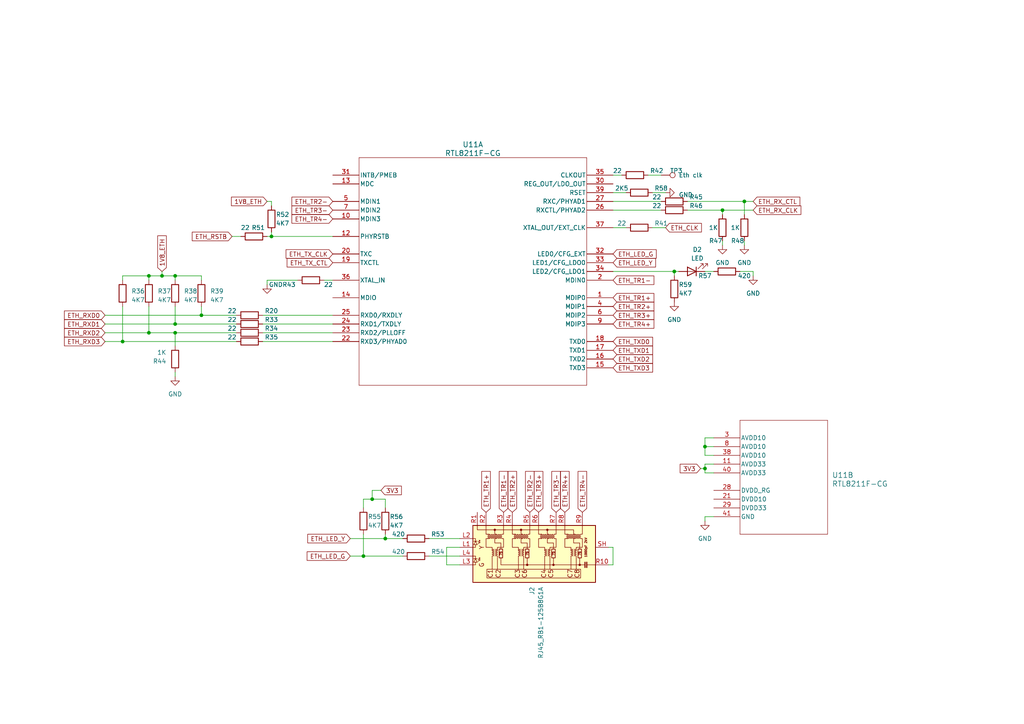
<source format=kicad_sch>
(kicad_sch (version 20230121) (generator eeschema)
  (paper "A4")
  (lib_symbols
    (symbol "Connector:RJ45_RB1-125B8G1A" (pin_names hide)
      (property "Reference" "J" (at -7.62 20.32 0))
      (property "Value" "RJ45_RB1-125B8G1A" (at 15.24 20.32 0))
      (symbol "RJ45_RB1-125B8G1A_0_0"
        (polyline (pts (xy -0.508 -11.938) (xy -2.54 -11.938)))
        (polyline (pts (xy 0 -10.922) (xy -3.81 -10.922)))
        (polyline (pts (xy 0 -9.398) (xy -3.81 -9.398)))
        (polyline (pts (xy 0 -3.302) (xy -3.81 -3.302)))
        (polyline (pts (xy 0 -1.778) (xy -3.81 -1.778)))
        (polyline (pts (xy 0 4.318) (xy -3.81 4.318)))
        (polyline (pts (xy 0 5.842) (xy -3.81 5.842)))
        (polyline (pts (xy 0 11.938) (xy -3.81 11.938)))
        (polyline (pts (xy 0 13.462) (xy -3.81 13.462)))
        (polyline (pts (xy 6.35 5.08) (xy 7.62 5.08)))
        (polyline (pts (xy 7.62 -2.54) (xy 6.35 -2.54)))
        (polyline (pts (xy 7.62 12.7) (xy 6.35 12.7)))
        (polyline (pts (xy 2.032 -11.938) (xy 3.81 -11.938) (xy 3.81 -10.16) (xy 5.08 -10.16)))
        (polyline (pts (xy 2.032 -4.318) (xy 3.81 -4.318) (xy 3.81 -2.54) (xy 5.08 -2.54)))
        (polyline (pts (xy 2.032 3.302) (xy 3.81 3.302) (xy 3.81 5.08) (xy 5.08 5.08)))
        (polyline (pts (xy 2.032 10.922) (xy 3.81 10.922) (xy 3.81 12.7) (xy 5.08 12.7)))
        (text "1000pF 2kV" (at 2.54 -13.716 0) (effects (font (size 0.635 0.635))))
        (text "75" (at 0.762 -11.938 0) (effects (font (size 0.635 0.635))))
        (text "75" (at 0.762 -4.318 0) (effects (font (size 0.635 0.635))))
        (text "75" (at 0.762 3.302 0) (effects (font (size 0.635 0.635))))
        (text "75" (at 0.762 10.922 0) (effects (font (size 0.635 0.635))))
        (text "C1" (at -5.08 13.97 0) (effects (font (size 1.27 1.27))))
        (text "C2" (at -5.08 11.684 0) (effects (font (size 1.27 1.27))))
        (text "C3" (at -5.08 6.096 0) (effects (font (size 1.27 1.27))))
        (text "C4" (at -5.08 -1.524 0) (effects (font (size 1.27 1.27))))
        (text "C5" (at -5.08 -3.556 0) (effects (font (size 1.27 1.27))))
        (text "C6" (at -5.08 4.064 0) (effects (font (size 1.27 1.27))))
        (text "C7" (at -5.08 -9.144 0) (effects (font (size 1.27 1.27))))
        (text "C8" (at -5.08 -11.176 0) (effects (font (size 1.27 1.27))))
        (text "G" (at -2.54 16.51 0) (effects (font (size 1.27 1.27))))
        (text "Y" (at 2.54 16.51 0) (effects (font (size 1.27 1.27))))
      )
      (symbol "RJ45_RB1-125B8G1A_0_1"
        (rectangle (start -3.81 -12.192) (end -6.35 14.986))
        (circle (center -2.54 -11.938) (radius 0.254) (fill (type outline)))
        (circle (center -2.54 -4.318) (radius 0.254) (fill (type outline)))
        (circle (center -2.54 3.302) (radius 0.254) (fill (type outline)))
        (rectangle (start -0.508 -12.446) (end 2.032 -11.43) (stroke (width 0.2032)))
        (rectangle (start -0.508 -4.826) (end 2.032 -3.81) (stroke (width 0.2032)))
        (rectangle (start -0.508 2.794) (end 2.032 3.81) (stroke (width 0.2032)))
        (rectangle (start -0.508 10.414) (end 2.032 11.43) (stroke (width 0.2032)))
        (arc (start 0 -9.398) (mid 0.254 -9.6509) (end 0.508 -9.398))
        (arc (start 0 -1.778) (mid 0.254 -2.0309) (end 0.508 -1.778))
        (polyline (pts (xy -3.302 -13.97) (xy -1.778 -13.97)) (stroke (width 0.3302)))
        (polyline (pts (xy -3.302 -13.462) (xy -1.778 -13.462)) (stroke (width 0.3048)))
        (polyline (pts (xy -2.54 -16.51) (xy -2.54 -13.97)))
        (polyline (pts (xy -2.54 3.302) (xy -0.508 3.302)))
        (polyline (pts (xy -1.016 17.018) (xy -1.524 17.526)))
        (polyline (pts (xy -0.762 18.796) (xy -0.762 17.78)))
        (polyline (pts (xy -0.508 -4.318) (xy -2.54 -4.318)))
        (polyline (pts (xy -0.508 17.018) (xy -1.016 17.526)))
        (polyline (pts (xy 0 -10.414) (xy 2.032 -10.414)))
        (polyline (pts (xy 0 -2.794) (xy 2.032 -2.794)))
        (polyline (pts (xy 0 4.826) (xy 2.032 4.826)))
        (polyline (pts (xy 0 12.446) (xy 2.032 12.446)))
        (polyline (pts (xy 2.032 -9.906) (xy 0 -9.906)))
        (polyline (pts (xy 2.032 -2.286) (xy 0 -2.286)))
        (polyline (pts (xy 2.032 5.334) (xy 0 5.334)))
        (polyline (pts (xy 2.032 12.954) (xy 0 12.954)))
        (polyline (pts (xy 4.064 17.018) (xy 3.556 17.526)))
        (polyline (pts (xy 4.318 18.796) (xy 4.318 17.78)))
        (polyline (pts (xy 4.572 17.018) (xy 4.064 17.526)))
        (polyline (pts (xy 5.588 -8.128) (xy 5.588 -12.192)))
        (polyline (pts (xy 5.588 -0.508) (xy 5.588 -4.572)))
        (polyline (pts (xy 5.588 7.112) (xy 5.588 3.048)))
        (polyline (pts (xy 5.588 14.732) (xy 5.588 10.668)))
        (polyline (pts (xy 5.842 -12.192) (xy 5.842 -8.128)))
        (polyline (pts (xy 5.842 -4.572) (xy 5.842 -0.508)))
        (polyline (pts (xy 5.842 3.048) (xy 5.842 7.112)))
        (polyline (pts (xy 5.842 10.668) (xy 5.842 14.732)))
        (polyline (pts (xy -2.54 -13.462) (xy -2.54 10.922) (xy -0.508 10.922)))
        (polyline (pts (xy -2.54 19.05) (xy -2.54 18.288) (xy -1.778 18.288)))
        (polyline (pts (xy -1.016 17.272) (xy -1.016 17.018) (xy -1.27 17.018)))
        (polyline (pts (xy -0.508 17.272) (xy -0.508 17.018) (xy -0.762 17.018)))
        (polyline (pts (xy 0 19.05) (xy 0 18.288) (xy -0.762 18.288)))
        (polyline (pts (xy 2.54 19.05) (xy 2.54 18.288) (xy 3.302 18.288)))
        (polyline (pts (xy 4.064 17.272) (xy 4.064 17.018) (xy 3.81 17.018)))
        (polyline (pts (xy 4.572 17.272) (xy 4.572 17.018) (xy 4.318 17.018)))
        (polyline (pts (xy 5.08 19.05) (xy 5.08 18.288) (xy 4.318 18.288)))
        (polyline (pts (xy 6.35 -12.192) (xy 6.35 -12.7) (xy 8.89 -12.7)))
        (polyline (pts (xy 6.35 -8.128) (xy 6.35 -7.62) (xy 8.89 -7.62)))
        (polyline (pts (xy 6.35 -4.572) (xy 6.35 -5.08) (xy 8.89 -5.08)))
        (polyline (pts (xy 6.35 -0.508) (xy 6.35 0) (xy 8.89 0)))
        (polyline (pts (xy 6.35 3.048) (xy 6.35 2.54) (xy 8.89 2.54)))
        (polyline (pts (xy 6.35 7.112) (xy 6.35 7.62) (xy 8.89 7.62)))
        (polyline (pts (xy 6.35 10.668) (xy 6.35 10.16) (xy 8.89 10.16)))
        (polyline (pts (xy 6.35 14.732) (xy 6.35 15.24) (xy 8.89 15.24)))
        (polyline (pts (xy -0.762 18.288) (xy -1.778 18.796) (xy -1.778 17.78) (xy -0.762 18.288)))
        (polyline (pts (xy 4.318 18.288) (xy 3.302 18.796) (xy 3.302 17.78) (xy 4.318 18.288)))
        (polyline (pts (xy 8.89 17.78) (xy 7.62 17.78) (xy 7.62 -10.16) (xy 6.35 -10.16)))
        (polyline (pts (xy 2.032 -9.398) (xy 2.54 -9.398) (xy 2.54 -7.62) (xy 5.08 -7.62) (xy 5.08 -8.128)))
        (polyline (pts (xy 2.032 -1.778) (xy 2.54 -1.778) (xy 2.54 0) (xy 5.08 0) (xy 5.08 -0.508)))
        (polyline (pts (xy 2.032 5.842) (xy 2.54 5.842) (xy 2.54 7.62) (xy 5.08 7.62) (xy 5.08 7.112)))
        (polyline (pts (xy 2.032 13.462) (xy 2.54 13.462) (xy 2.54 15.24) (xy 5.08 15.24) (xy 5.08 14.732)))
        (polyline (pts (xy 5.08 -12.192) (xy 5.08 -12.7) (xy 2.54 -12.7) (xy 2.54 -10.922) (xy 2.032 -10.922)))
        (polyline (pts (xy 5.08 -4.572) (xy 5.08 -5.08) (xy 2.54 -5.08) (xy 2.54 -3.302) (xy 2.032 -3.302)))
        (polyline (pts (xy 5.08 3.048) (xy 5.08 2.54) (xy 2.54 2.54) (xy 2.54 4.318) (xy 2.032 4.318)))
        (polyline (pts (xy 5.08 10.668) (xy 5.08 10.16) (xy 2.54 10.16) (xy 2.54 11.938) (xy 2.032 11.938)))
        (arc (start 0 5.842) (mid 0.254 5.5891) (end 0.508 5.842))
        (arc (start 0 13.462) (mid 0.254 13.2091) (end 0.508 13.462))
        (arc (start 0.508 -10.922) (mid 0.254 -10.6691) (end 0 -10.922))
        (arc (start 0.508 -9.398) (mid 0.762 -9.6509) (end 1.016 -9.398))
        (arc (start 0.508 -3.302) (mid 0.254 -3.0491) (end 0 -3.302))
        (arc (start 0.508 -1.778) (mid 0.762 -2.0309) (end 1.016 -1.778))
        (arc (start 0.508 4.318) (mid 0.254 4.5709) (end 0 4.318))
        (arc (start 0.508 5.842) (mid 0.762 5.5891) (end 1.016 5.842))
        (arc (start 0.508 11.938) (mid 0.254 12.1909) (end 0 11.938))
        (arc (start 0.508 13.462) (mid 0.762 13.2091) (end 1.016 13.462))
        (arc (start 1.016 -10.922) (mid 0.762 -10.6691) (end 0.508 -10.922))
        (arc (start 1.016 -9.398) (mid 1.27 -9.6509) (end 1.524 -9.398))
        (arc (start 1.016 -3.302) (mid 0.762 -3.0491) (end 0.508 -3.302))
        (arc (start 1.016 -1.778) (mid 1.27 -2.0309) (end 1.524 -1.778))
        (arc (start 1.016 4.318) (mid 0.762 4.5709) (end 0.508 4.318))
        (arc (start 1.016 5.842) (mid 1.27 5.5891) (end 1.524 5.842))
        (arc (start 1.016 11.938) (mid 0.762 12.1909) (end 0.508 11.938))
        (arc (start 1.016 13.462) (mid 1.27 13.2091) (end 1.524 13.462))
        (arc (start 1.524 -10.922) (mid 1.27 -10.6691) (end 1.016 -10.922))
        (arc (start 1.524 -9.398) (mid 1.778 -9.6509) (end 2.032 -9.398))
        (arc (start 1.524 -3.302) (mid 1.27 -3.0491) (end 1.016 -3.302))
        (arc (start 1.524 -1.778) (mid 1.778 -2.0309) (end 2.032 -1.778))
        (arc (start 1.524 4.318) (mid 1.27 4.5709) (end 1.016 4.318))
        (arc (start 1.524 5.842) (mid 1.778 5.5891) (end 2.032 5.842))
        (arc (start 1.524 11.938) (mid 1.27 12.1909) (end 1.016 11.938))
        (arc (start 1.524 13.462) (mid 1.778 13.2091) (end 2.032 13.462))
        (circle (center 1.778 -10.9474) (radius 0.0762) (stroke (width 0.0254)) (fill (type outline)))
        (circle (center 1.778 -9.3726) (radius 0.0762) (stroke (width 0.0254)) (fill (type outline)))
        (circle (center 1.778 -3.3274) (radius 0.0762) (stroke (width 0.0254)) (fill (type outline)))
        (circle (center 1.778 -1.7526) (radius 0.0762) (stroke (width 0.0254)) (fill (type outline)))
        (circle (center 1.778 4.2926) (radius 0.0762) (stroke (width 0.0254)) (fill (type outline)))
        (circle (center 1.778 5.8674) (radius 0.0762) (stroke (width 0.0254)) (fill (type outline)))
        (circle (center 1.778 11.9126) (radius 0.0762) (stroke (width 0.0254)) (fill (type outline)))
        (circle (center 1.778 13.4874) (radius 0.0762) (stroke (width 0.0254)) (fill (type outline)))
        (arc (start 2.032 -10.922) (mid 1.778 -10.6691) (end 1.524 -10.922))
        (arc (start 2.032 -3.302) (mid 1.778 -3.0491) (end 1.524 -3.302))
        (arc (start 2.032 4.318) (mid 1.778 4.5709) (end 1.524 4.318))
        (arc (start 2.032 11.938) (mid 1.778 12.1909) (end 1.524 11.938))
        (circle (center 5.0546 -10.414) (radius 0.0762) (stroke (width 0.0254)) (fill (type outline)))
        (circle (center 5.0546 -8.382) (radius 0.0762) (stroke (width 0.0254)) (fill (type outline)))
        (circle (center 5.0546 -2.794) (radius 0.0762) (stroke (width 0.0254)) (fill (type outline)))
        (circle (center 5.0546 -0.762) (radius 0.0762) (stroke (width 0.0254)) (fill (type outline)))
        (circle (center 5.0546 4.826) (radius 0.0762) (stroke (width 0.0254)) (fill (type outline)))
        (circle (center 5.0546 6.858) (radius 0.0762) (stroke (width 0.0254)) (fill (type outline)))
        (circle (center 5.0546 12.446) (radius 0.0762) (stroke (width 0.0254)) (fill (type outline)))
        (circle (center 5.0546 14.478) (radius 0.0762) (stroke (width 0.0254)) (fill (type outline)))
        (arc (start 5.08 -12.192) (mid 5.3329 -11.938) (end 5.08 -11.684))
        (arc (start 5.08 -11.684) (mid 5.3329 -11.43) (end 5.08 -11.176))
        (arc (start 5.08 -11.176) (mid 5.3329 -10.922) (end 5.08 -10.668))
        (arc (start 5.08 -10.668) (mid 5.3329 -10.414) (end 5.08 -10.16))
        (arc (start 5.08 -10.16) (mid 5.3329 -9.906) (end 5.08 -9.652))
        (arc (start 5.08 -9.652) (mid 5.3329 -9.398) (end 5.08 -9.144))
        (arc (start 5.08 -9.144) (mid 5.3329 -8.89) (end 5.08 -8.636))
        (arc (start 5.08 -8.636) (mid 5.3329 -8.382) (end 5.08 -8.128))
        (arc (start 5.08 -4.572) (mid 5.3329 -4.318) (end 5.08 -4.064))
        (arc (start 5.08 -4.064) (mid 5.3329 -3.81) (end 5.08 -3.556))
        (arc (start 5.08 -3.556) (mid 5.3329 -3.302) (end 5.08 -3.048))
        (arc (start 5.08 -3.048) (mid 5.3329 -2.794) (end 5.08 -2.54))
        (arc (start 5.08 -2.54) (mid 5.3329 -2.286) (end 5.08 -2.032))
        (arc (start 5.08 -2.032) (mid 5.3329 -1.778) (end 5.08 -1.524))
        (arc (start 5.08 -1.524) (mid 5.3329 -1.27) (end 5.08 -1.016))
        (arc (start 5.08 -1.016) (mid 5.3329 -0.762) (end 5.08 -0.508))
        (arc (start 5.08 3.048) (mid 5.3329 3.302) (end 5.08 3.556))
        (arc (start 5.08 3.556) (mid 5.3329 3.81) (end 5.08 4.064))
        (arc (start 5.08 4.064) (mid 5.3329 4.318) (end 5.08 4.572))
        (arc (start 5.08 4.572) (mid 5.3329 4.826) (end 5.08 5.08))
        (arc (start 5.08 5.08) (mid 5.3329 5.334) (end 5.08 5.588))
        (arc (start 5.08 5.588) (mid 5.3329 5.842) (end 5.08 6.096))
        (arc (start 5.08 6.096) (mid 5.3329 6.35) (end 5.08 6.604))
        (arc (start 5.08 6.604) (mid 5.3329 6.858) (end 5.08 7.112))
        (arc (start 5.08 10.668) (mid 5.3329 10.922) (end 5.08 11.176))
        (arc (start 5.08 11.176) (mid 5.3329 11.43) (end 5.08 11.684))
        (arc (start 5.08 11.684) (mid 5.3329 11.938) (end 5.08 12.192))
        (arc (start 5.08 12.192) (mid 5.3329 12.446) (end 5.08 12.7))
        (arc (start 5.08 12.7) (mid 5.3329 12.954) (end 5.08 13.208))
        (arc (start 5.08 13.208) (mid 5.3329 13.462) (end 5.08 13.716))
        (arc (start 5.08 13.716) (mid 5.3329 13.97) (end 5.08 14.224))
        (arc (start 5.08 14.224) (mid 5.3329 14.478) (end 5.08 14.732))
        (arc (start 6.35 -11.684) (mid 6.0971 -11.938) (end 6.35 -12.192))
        (arc (start 6.35 -11.176) (mid 6.0971 -11.43) (end 6.35 -11.684))
        (arc (start 6.35 -10.668) (mid 6.0971 -10.922) (end 6.35 -11.176))
        (arc (start 6.35 -10.16) (mid 6.0971 -10.414) (end 6.35 -10.668))
        (arc (start 6.35 -9.652) (mid 6.0971 -9.906) (end 6.35 -10.16))
        (arc (start 6.35 -9.144) (mid 6.0971 -9.398) (end 6.35 -9.652))
        (arc (start 6.35 -8.636) (mid 6.0971 -8.89) (end 6.35 -9.144))
        (arc (start 6.35 -8.128) (mid 6.0971 -8.382) (end 6.35 -8.636))
        (arc (start 6.35 -4.064) (mid 6.0971 -4.318) (end 6.35 -4.572))
        (arc (start 6.35 -3.556) (mid 6.0971 -3.81) (end 6.35 -4.064))
        (arc (start 6.35 -3.048) (mid 6.0971 -3.302) (end 6.35 -3.556))
        (arc (start 6.35 -2.54) (mid 6.0971 -2.794) (end 6.35 -3.048))
        (arc (start 6.35 -2.032) (mid 6.0971 -2.286) (end 6.35 -2.54))
        (arc (start 6.35 -1.524) (mid 6.0971 -1.778) (end 6.35 -2.032))
        (arc (start 6.35 -1.016) (mid 6.0971 -1.27) (end 6.35 -1.524))
        (arc (start 6.35 -0.508) (mid 6.0971 -0.762) (end 6.35 -1.016))
        (arc (start 6.35 3.556) (mid 6.0971 3.302) (end 6.35 3.048))
        (arc (start 6.35 4.064) (mid 6.0971 3.81) (end 6.35 3.556))
        (arc (start 6.35 4.572) (mid 6.0971 4.318) (end 6.35 4.064))
        (arc (start 6.35 5.08) (mid 6.0971 4.826) (end 6.35 4.572))
        (arc (start 6.35 5.588) (mid 6.0971 5.334) (end 6.35 5.08))
        (arc (start 6.35 6.096) (mid 6.0971 5.842) (end 6.35 5.588))
        (arc (start 6.35 6.604) (mid 6.0971 6.35) (end 6.35 6.096))
        (arc (start 6.35 7.112) (mid 6.0971 6.858) (end 6.35 6.604))
        (arc (start 6.35 11.176) (mid 6.0971 10.922) (end 6.35 10.668))
        (arc (start 6.35 11.684) (mid 6.0971 11.43) (end 6.35 11.176))
        (arc (start 6.35 12.192) (mid 6.0971 11.938) (end 6.35 11.684))
        (arc (start 6.35 12.7) (mid 6.0971 12.446) (end 6.35 12.192))
        (arc (start 6.35 13.208) (mid 6.0971 12.954) (end 6.35 12.7))
        (arc (start 6.35 13.716) (mid 6.0971 13.462) (end 6.35 13.208))
        (arc (start 6.35 14.224) (mid 6.0971 13.97) (end 6.35 13.716))
        (arc (start 6.35 14.732) (mid 6.0971 14.478) (end 6.35 14.224))
        (circle (center 6.3754 -10.414) (radius 0.0762) (stroke (width 0.0254)) (fill (type outline)))
        (circle (center 6.3754 -8.382) (radius 0.0762) (stroke (width 0.0254)) (fill (type outline)))
        (circle (center 6.3754 -2.794) (radius 0.0762) (stroke (width 0.0254)) (fill (type outline)))
        (circle (center 6.3754 -0.762) (radius 0.0762) (stroke (width 0.0254)) (fill (type outline)))
        (circle (center 6.3754 4.826) (radius 0.0762) (stroke (width 0.0254)) (fill (type outline)))
        (circle (center 6.3754 6.858) (radius 0.0762) (stroke (width 0.0254)) (fill (type outline)))
        (circle (center 6.3754 12.446) (radius 0.0762) (stroke (width 0.0254)) (fill (type outline)))
        (circle (center 6.3754 14.478) (radius 0.0762) (stroke (width 0.0254)) (fill (type outline)))
        (circle (center 7.62 -2.54) (radius 0.254) (fill (type outline)))
        (circle (center 7.62 5.08) (radius 0.254) (fill (type outline)))
        (circle (center 7.62 12.7) (radius 0.254) (fill (type outline)))
        (rectangle (start 8.89 19.05) (end -7.62 -16.51) (stroke (width 0.254)) (fill (type background)))
        (pin power_in line (at -2.54 -20.32 90) (length 3.81) (name "GND") (number "R10"))
      )
      (symbol "RJ45_RB1-125B8G1A_1_1"
        (pin passive line (at 2.54 22.86 270) (length 3.81) (name "~") (number "L1"))
        (pin passive line (at 5.08 22.86 270) (length 3.81) (name "~") (number "L2"))
        (pin passive line (at -2.54 22.86 270) (length 3.81) (name "~") (number "L3"))
        (pin passive line (at 0 22.86 270) (length 3.81) (name "~") (number "L4"))
        (pin passive line (at 12.7 17.78 180) (length 3.81) (name "CT") (number "R1"))
        (pin passive line (at 12.7 15.24 180) (length 3.81) (name "TD1+") (number "R2"))
        (pin passive line (at 12.7 10.16 180) (length 3.81) (name "TD1-") (number "R3"))
        (pin passive line (at 12.7 7.62 180) (length 3.81) (name "TD2+") (number "R4"))
        (pin passive line (at 12.7 2.54 180) (length 3.81) (name "TD2-") (number "R5"))
        (pin passive line (at 12.7 0 180) (length 3.81) (name "TD3+") (number "R6"))
        (pin passive line (at 12.7 -5.08 180) (length 3.81) (name "TD3-") (number "R7"))
        (pin passive line (at 12.7 -7.62 180) (length 3.81) (name "TD4+") (number "R8"))
        (pin passive line (at 12.7 -12.7 180) (length 3.81) (name "TD4-") (number "R9"))
        (pin passive line (at 2.54 -20.32 90) (length 3.81) (name "SH") (number "SH"))
      )
    )
    (symbol "Connector:TestPoint" (pin_numbers hide) (pin_names (offset 0.762) hide)
      (property "Reference" "TP" (at 0 6.858 0))
      (property "Value" "TestPoint" (at 0 5.08 0))
      (symbol "TestPoint_0_1"
        (circle (center 0 3.302) (radius 0.762))
      )
      (symbol "TestPoint_1_1"
        (pin passive line (at 0 0 90) (length 2.54) (name "1") (number "1"))
      )
    )
    (symbol "Device:LED" (pin_numbers hide) (pin_names (offset 1.016) hide)
      (property "Reference" "D" (at 0 2.54 0))
      (property "Value" "LED" (at 0 -2.54 0))
      (symbol "LED_0_1"
        (polyline (pts (xy -1.27 -1.27) (xy -1.27 1.27)) (stroke (width 0.254)))
        (polyline (pts (xy -1.27 0) (xy 1.27 0)))
        (polyline (pts (xy 1.27 -1.27) (xy 1.27 1.27) (xy -1.27 0) (xy 1.27 -1.27)) (stroke (width 0.254)))
        (polyline (pts (xy -3.048 -0.762) (xy -4.572 -2.286) (xy -3.81 -2.286) (xy -4.572 -2.286) (xy -4.572 -1.524)))
        (polyline (pts (xy -1.778 -0.762) (xy -3.302 -2.286) (xy -2.54 -2.286) (xy -3.302 -2.286) (xy -3.302 -1.524)))
      )
      (symbol "LED_1_1"
        (pin passive line (at -3.81 0 0) (length 2.54) (name "K") (number "1"))
        (pin passive line (at 3.81 0 180) (length 2.54) (name "A") (number "2"))
      )
    )
    (symbol "Device:R" (pin_numbers hide) (pin_names (offset 0))
      (property "Reference" "R" (at 2.032 0 90))
      (property "Value" "R" (at 0 0 90))
      (symbol "R_0_1"
        (rectangle (start -1.016 -2.54) (end 1.016 2.54) (stroke (width 0.254)))
      )
      (symbol "R_1_1"
        (pin passive line (at 0 3.81 270) (length 1.27) (name "~") (number "1"))
        (pin passive line (at 0 -3.81 90) (length 1.27) (name "~") (number "2"))
      )
    )
    (symbol "RTL8211F-CG:RTL8211F-CG" (pin_names (offset 0.254))
      (property "Reference" "U" (at 40.64 10.16 0))
      (property "Value" "RTL8211F-CG" (at 40.64 7.62 0))
      (symbol "RTL8211F-CG_1_1"
        (polyline (pts (xy 7.62 -60.96) (xy 73.66 -60.96)) (stroke (width 0.127)))
        (polyline (pts (xy 7.62 5.08) (xy 7.62 -60.96)) (stroke (width 0.127)))
        (polyline (pts (xy 73.66 -60.96) (xy 73.66 5.08)) (stroke (width 0.127)))
        (polyline (pts (xy 73.66 5.08) (xy 7.62 5.08)) (stroke (width 0.127)))
        (pin bidirectional line (at 81.28 -35.56 180) (length 7.62) (name "MDIP0") (number "1"))
        (pin bidirectional line (at 0 -12.7 0) (length 7.62) (name "MDIN3") (number "10"))
        (pin input line (at 0 -17.78 0) (length 7.62) (name "PHYRSTB") (number "12"))
        (pin input line (at 0 -2.54 0) (length 7.62) (name "MDC") (number "13"))
        (pin bidirectional line (at 0 -35.56 0) (length 7.62) (name "MDIO") (number "14"))
        (pin input line (at 81.28 -55.88 180) (length 7.62) (name "TXD3") (number "15"))
        (pin input line (at 81.28 -53.34 180) (length 7.62) (name "TXD2") (number "16"))
        (pin input line (at 81.28 -50.8 180) (length 7.62) (name "TXD1") (number "17"))
        (pin input line (at 81.28 -48.26 180) (length 7.62) (name "TXD0") (number "18"))
        (pin input line (at 0 -25.4 0) (length 7.62) (name "TXCTL") (number "19"))
        (pin bidirectional line (at 81.28 -30.48 180) (length 7.62) (name "MDIN0") (number "2"))
        (pin input line (at 0 -22.86 0) (length 7.62) (name "TXC") (number "20"))
        (pin output line (at 0 -48.26 0) (length 7.62) (name "RXD3/PHYAD0") (number "22"))
        (pin output line (at 0 -45.72 0) (length 7.62) (name "RXD2/PLLOFF") (number "23"))
        (pin output line (at 0 -43.18 0) (length 7.62) (name "RXD1/TXDLY") (number "24"))
        (pin output line (at 0 -40.64 0) (length 7.62) (name "RXD0/RXDLY") (number "25"))
        (pin output line (at 81.28 -10.16 180) (length 7.62) (name "RXCTL/PHYAD2") (number "26"))
        (pin output line (at 81.28 -7.62 180) (length 7.62) (name "RXC/PHYAD1") (number "27"))
        (pin output line (at 81.28 -2.54 180) (length 7.62) (name "REG_OUT/LDO_OUT") (number "30"))
        (pin output line (at 0 0 0) (length 7.62) (name "INTB/PMEB") (number "31"))
        (pin output line (at 81.28 -22.86 180) (length 7.62) (name "LED0/CFG_EXT") (number "32"))
        (pin output line (at 81.28 -25.4 180) (length 7.62) (name "LED1/CFG_LDO0") (number "33"))
        (pin output line (at 81.28 -27.94 180) (length 7.62) (name "LED2/CFG_LDO1") (number "34"))
        (pin output line (at 81.28 0 180) (length 7.62) (name "CLKOUT") (number "35"))
        (pin input line (at 0 -30.48 0) (length 7.62) (name "XTAL_IN") (number "36"))
        (pin output line (at 81.28 -15.24 180) (length 7.62) (name "XTAL_OUT/EXT_CLK") (number "37"))
        (pin output line (at 81.28 -5.08 180) (length 7.62) (name "RSET") (number "39"))
        (pin bidirectional line (at 81.28 -38.1 180) (length 7.62) (name "MDIP1") (number "4"))
        (pin bidirectional line (at 0 -7.62 0) (length 7.62) (name "MDIN1") (number "5"))
        (pin bidirectional line (at 81.28 -40.64 180) (length 7.62) (name "MDIP2") (number "6"))
        (pin bidirectional line (at 0 -10.16 0) (length 7.62) (name "MDIN2") (number "7"))
        (pin bidirectional line (at 81.28 -43.18 180) (length 7.62) (name "MDIP3") (number "9"))
      )
      (symbol "RTL8211F-CG_2_1"
        (polyline (pts (xy 7.62 -27.94) (xy 33.02 -27.94)) (stroke (width 0.127)))
        (polyline (pts (xy 7.62 5.08) (xy 7.62 -27.94)) (stroke (width 0.127)))
        (polyline (pts (xy 33.02 -27.94) (xy 33.02 5.08)) (stroke (width 0.127)))
        (polyline (pts (xy 33.02 5.08) (xy 7.62 5.08)) (stroke (width 0.127)))
        (pin power_in line (at 0 -7.62 0) (length 7.62) (name "AVDD33") (number "11"))
        (pin power_in line (at 0 -17.78 0) (length 7.62) (name "DVDD10") (number "21"))
        (pin power_in line (at 0 -15.24 0) (length 7.62) (name "DVDD_RG") (number "28"))
        (pin power_in line (at 0 -20.32 0) (length 7.62) (name "DVDD33") (number "29"))
        (pin power_in line (at 0 0 0) (length 7.62) (name "AVDD10") (number "3"))
        (pin power_in line (at 0 -5.08 0) (length 7.62) (name "AVDD10") (number "38"))
        (pin power_in line (at 0 -10.16 0) (length 7.62) (name "AVDD33") (number "40"))
        (pin power_out line (at 0 -22.86 0) (length 7.62) (name "GND") (number "41"))
        (pin power_in line (at 0 -2.54 0) (length 7.62) (name "AVDD10") (number "8"))
      )
    )
    (symbol "power:GND" (power) (pin_names (offset 0))
      (property "Value" "GND" (at 0 -3.81 0))
      (symbol "GND_0_1"
        (polyline (pts (xy 0 0) (xy 0 -1.27) (xy 1.27 -1.27) (xy 0 -2.54) (xy -1.27 -1.27) (xy 0 -1.27)))
      )
      (symbol "GND_1_1"
        (pin power_in line (at 0 0 270) (length 0) hide (name "GND") (number "1"))
      )
    )
  )
  (junction (at 105.41 161.29))
  (junction (at 35.56 99.06))
  (junction (at 78.74 68.58))
  (junction (at 43.18 96.52))
  (junction (at 111.76 156.21))
  (junction (at 209.55 60.96))
  (junction (at 58.42 91.44))
  (junction (at 46.99 80.01))
  (junction (at 204.47 135.89))
  (junction (at 43.18 80.01))
  (junction (at 215.9 58.42))
  (junction (at 50.8 80.01))
  (junction (at 195.58 78.74))
  (junction (at 204.47 129.54))
  (junction (at 50.8 96.52))
  (junction (at 50.8 93.98))
  (junction (at 107.95 144.78))
  (wire (pts (xy 215.9 58.42) (xy 218.44 58.42)))
  (wire (pts (xy 105.41 154.94) (xy 105.41 161.29)))
  (wire (pts (xy 199.39 58.42) (xy 215.9 58.42)))
  (wire (pts (xy 204.47 129.54) (xy 207.01 129.54)))
  (wire (pts (xy 181.61 66.04) (xy 177.8 66.04)))
  (wire (pts (xy 215.9 58.42) (xy 215.9 62.23)))
  (wire (pts (xy 50.8 88.9) (xy 50.8 93.98)))
  (wire (pts (xy 177.8 55.88) (xy 181.61 55.88)))
  (wire (pts (xy 78.74 68.58) (xy 78.74 67.31)))
  (wire (pts (xy 105.41 144.78) (xy 107.95 144.78)))
  (wire (pts (xy 215.9 71.12) (xy 215.9 69.85)))
  (wire (pts (xy 35.56 81.28) (xy 35.56 80.01)))
  (wire (pts (xy 191.77 50.8) (xy 187.96 50.8)))
  (wire (pts (xy 204.47 127) (xy 204.47 129.54)))
  (wire (pts (xy 195.58 78.74) (xy 196.85 78.74)))
  (wire (pts (xy 207.01 127) (xy 204.47 127)))
  (wire (pts (xy 76.2 91.44) (xy 96.52 91.44)))
  (wire (pts (xy 30.48 91.44) (xy 58.42 91.44)))
  (wire (pts (xy 46.99 80.01) (xy 50.8 80.01)))
  (wire (pts (xy 111.76 154.94) (xy 111.76 156.21)))
  (wire (pts (xy 129.54 163.83) (xy 133.35 163.83)))
  (wire (pts (xy 50.8 96.52) (xy 50.8 100.33)))
  (wire (pts (xy 50.8 80.01) (xy 58.42 80.01)))
  (wire (pts (xy 204.47 134.62) (xy 207.01 134.62)))
  (wire (pts (xy 195.58 78.74) (xy 195.58 80.01)))
  (wire (pts (xy 35.56 80.01) (xy 43.18 80.01)))
  (wire (pts (xy 50.8 109.22) (xy 50.8 107.95)))
  (wire (pts (xy 204.47 149.86) (xy 207.01 149.86)))
  (wire (pts (xy 204.47 78.74) (xy 207.01 78.74)))
  (wire (pts (xy 111.76 156.21) (xy 116.84 156.21)))
  (wire (pts (xy 129.54 158.75) (xy 129.54 163.83)))
  (wire (pts (xy 204.47 151.13) (xy 204.47 149.86)))
  (wire (pts (xy 177.8 60.96) (xy 191.77 60.96)))
  (wire (pts (xy 176.53 163.83) (xy 177.8 163.83)))
  (wire (pts (xy 209.55 60.96) (xy 218.44 60.96)))
  (wire (pts (xy 30.48 99.06) (xy 35.56 99.06)))
  (wire (pts (xy 101.6 156.21) (xy 111.76 156.21)))
  (wire (pts (xy 124.46 161.29) (xy 133.35 161.29)))
  (wire (pts (xy 30.48 93.98) (xy 50.8 93.98)))
  (wire (pts (xy 204.47 135.89) (xy 204.47 137.16)))
  (wire (pts (xy 189.23 55.88) (xy 193.04 55.88)))
  (wire (pts (xy 177.8 158.75) (xy 176.53 158.75)))
  (wire (pts (xy 67.31 68.58) (xy 69.85 68.58)))
  (wire (pts (xy 110.49 142.24) (xy 107.95 142.24)))
  (wire (pts (xy 204.47 137.16) (xy 207.01 137.16)))
  (wire (pts (xy 77.47 68.58) (xy 78.74 68.58)))
  (wire (pts (xy 204.47 134.62) (xy 204.47 135.89)))
  (wire (pts (xy 77.47 81.28) (xy 86.36 81.28)))
  (wire (pts (xy 177.8 78.74) (xy 195.58 78.74)))
  (wire (pts (xy 124.46 156.21) (xy 133.35 156.21)))
  (wire (pts (xy 58.42 88.9) (xy 58.42 91.44)))
  (wire (pts (xy 50.8 96.52) (xy 68.58 96.52)))
  (wire (pts (xy 218.44 78.74) (xy 218.44 80.01)))
  (wire (pts (xy 77.47 58.42) (xy 78.74 58.42)))
  (wire (pts (xy 78.74 68.58) (xy 96.52 68.58)))
  (wire (pts (xy 76.2 96.52) (xy 96.52 96.52)))
  (wire (pts (xy 107.95 144.78) (xy 111.76 144.78)))
  (wire (pts (xy 76.2 93.98) (xy 96.52 93.98)))
  (wire (pts (xy 50.8 93.98) (xy 68.58 93.98)))
  (wire (pts (xy 76.2 99.06) (xy 96.52 99.06)))
  (wire (pts (xy 50.8 80.01) (xy 50.8 81.28)))
  (wire (pts (xy 199.39 60.96) (xy 209.55 60.96)))
  (wire (pts (xy 204.47 132.08) (xy 207.01 132.08)))
  (wire (pts (xy 58.42 80.01) (xy 58.42 81.28)))
  (wire (pts (xy 101.6 161.29) (xy 105.41 161.29)))
  (wire (pts (xy 203.2 135.89) (xy 204.47 135.89)))
  (wire (pts (xy 209.55 71.12) (xy 209.55 69.85)))
  (wire (pts (xy 46.99 78.74) (xy 46.99 80.01)))
  (wire (pts (xy 30.48 96.52) (xy 43.18 96.52)))
  (wire (pts (xy 111.76 144.78) (xy 111.76 147.32)))
  (wire (pts (xy 209.55 60.96) (xy 209.55 62.23)))
  (wire (pts (xy 35.56 88.9) (xy 35.56 99.06)))
  (wire (pts (xy 193.04 66.04) (xy 189.23 66.04)))
  (wire (pts (xy 43.18 96.52) (xy 50.8 96.52)))
  (wire (pts (xy 214.63 78.74) (xy 218.44 78.74)))
  (wire (pts (xy 78.74 58.42) (xy 78.74 59.69)))
  (wire (pts (xy 93.98 81.28) (xy 96.52 81.28)))
  (wire (pts (xy 177.8 163.83) (xy 177.8 158.75)))
  (wire (pts (xy 35.56 99.06) (xy 68.58 99.06)))
  (wire (pts (xy 204.47 129.54) (xy 204.47 132.08)))
  (wire (pts (xy 58.42 91.44) (xy 68.58 91.44)))
  (wire (pts (xy 43.18 88.9) (xy 43.18 96.52)))
  (wire (pts (xy 43.18 80.01) (xy 46.99 80.01)))
  (wire (pts (xy 77.47 82.55) (xy 77.47 81.28)))
  (wire (pts (xy 133.35 158.75) (xy 129.54 158.75)))
  (wire (pts (xy 177.8 58.42) (xy 191.77 58.42)))
  (wire (pts (xy 105.41 161.29) (xy 116.84 161.29)))
  (wire (pts (xy 105.41 147.32) (xy 105.41 144.78)))
  (wire (pts (xy 180.34 50.8) (xy 177.8 50.8)))
  (wire (pts (xy 43.18 80.01) (xy 43.18 81.28)))
  (wire (pts (xy 107.95 142.24) (xy 107.95 144.78)))
  (global_label "ETH_RXD3" (shape input) (at 30.48 99.06 180) (property "Intersheetrefs" "${INTERSHEET_REFS}" (effects hide)))
  (global_label "ETH_TR2+" (shape input) (at 177.8 88.9 0) (property "Intersheetrefs" "${INTERSHEET_REFS}" (effects hide)))
  (global_label "ETH_TX_CLK" (shape input) (at 96.52 73.66 180) (property "Intersheetrefs" "${INTERSHEET_REFS}" (effects hide)))
  (global_label "ETH_TR2+" (shape input) (at 148.59 148.59 90) (property "Intersheetrefs" "${INTERSHEET_REFS}" (effects hide)))
  (global_label "ETH_TR4+" (shape input) (at 163.83 148.59 90) (property "Intersheetrefs" "${INTERSHEET_REFS}" (effects hide)))
  (global_label "ETH_RSTB" (shape input) (at 67.31 68.58 180) (property "Intersheetrefs" "${INTERSHEET_REFS}" (effects hide)))
  (global_label "ETH_RXD1" (shape input) (at 30.48 93.98 180) (property "Intersheetrefs" "${INTERSHEET_REFS}" (effects hide)))
  (global_label "ETH_TR3-" (shape input) (at 161.29 148.59 90) (property "Intersheetrefs" "${INTERSHEET_REFS}" (effects hide)))
  (global_label "ETH_RXD2" (shape input) (at 30.48 96.52 180) (property "Intersheetrefs" "${INTERSHEET_REFS}" (effects hide)))
  (global_label "3V3" (shape input) (at 110.49 142.24 0) (property "Intersheetrefs" "${INTERSHEET_REFS}" (effects hide)))
  (global_label "ETH_TXD1" (shape input) (at 177.8 101.6 0) (property "Intersheetrefs" "${INTERSHEET_REFS}" (effects hide)))
  (global_label "ETH_TR2-" (shape input) (at 153.67 148.59 90) (property "Intersheetrefs" "${INTERSHEET_REFS}" (effects hide)))
  (global_label "ETH_LED_Y" (shape input) (at 177.8 76.2 0) (property "Intersheetrefs" "${INTERSHEET_REFS}" (effects hide)))
  (global_label "ETH_RX_CLK" (shape input) (at 218.44 60.96 0) (property "Intersheetrefs" "${INTERSHEET_REFS}" (effects hide)))
  (global_label "ETH_RX_CTL" (shape input) (at 218.44 58.42 0) (property "Intersheetrefs" "${INTERSHEET_REFS}" (effects hide)))
  (global_label "ETH_RXD0" (shape input) (at 30.48 91.44 180) (property "Intersheetrefs" "${INTERSHEET_REFS}" (effects hide)))
  (global_label "1V8_ETH" (shape input) (at 77.47 58.42 180) (property "Intersheetrefs" "${INTERSHEET_REFS}" (effects hide)))
  (global_label "ETH_TR4-" (shape input) (at 96.52 63.5 180) (property "Intersheetrefs" "${INTERSHEET_REFS}" (effects hide)))
  (global_label "ETH_LED_Y" (shape input) (at 101.6 156.21 180) (property "Intersheetrefs" "${INTERSHEET_REFS}" (effects hide)))
  (global_label "ETH_TR3+" (shape input) (at 177.8 91.44 0) (property "Intersheetrefs" "${INTERSHEET_REFS}" (effects hide)))
  (global_label "ETH_CLK" (shape input) (at 193.04 66.04 0) (property "Intersheetrefs" "${INTERSHEET_REFS}" (effects hide)))
  (global_label "ETH_TX_CTL" (shape input) (at 96.52 76.2 180) (property "Intersheetrefs" "${INTERSHEET_REFS}" (effects hide)))
  (global_label "ETH_TR1+" (shape input) (at 177.8 86.36 0) (property "Intersheetrefs" "${INTERSHEET_REFS}" (effects hide)))
  (global_label "ETH_TXD3" (shape input) (at 177.8 106.68 0) (property "Intersheetrefs" "${INTERSHEET_REFS}" (effects hide)))
  (global_label "ETH_TXD2" (shape input) (at 177.8 104.14 0) (property "Intersheetrefs" "${INTERSHEET_REFS}" (effects hide)))
  (global_label "ETH_TR3+" (shape input) (at 156.21 148.59 90) (property "Intersheetrefs" "${INTERSHEET_REFS}" (effects hide)))
  (global_label "3V3" (shape input) (at 203.2 135.89 180) (property "Intersheetrefs" "${INTERSHEET_REFS}" (effects hide)))
  (global_label "ETH_LED_G" (shape input) (at 101.6 161.29 180) (property "Intersheetrefs" "${INTERSHEET_REFS}" (effects hide)))
  (global_label "ETH_TR2-" (shape input) (at 96.52 58.42 180) (property "Intersheetrefs" "${INTERSHEET_REFS}" (effects hide)))
  (global_label "1V8_ETH" (shape input) (at 46.99 78.74 90) (property "Intersheetrefs" "${INTERSHEET_REFS}" (effects hide)))
  (global_label "ETH_TR4+" (shape input) (at 177.8 93.98 0) (property "Intersheetrefs" "${INTERSHEET_REFS}" (effects hide)))
  (global_label "ETH_LED_G" (shape input) (at 177.8 73.66 0) (property "Intersheetrefs" "${INTERSHEET_REFS}" (effects hide)))
  (global_label "ETH_TR1-" (shape input) (at 146.05 148.59 90) (property "Intersheetrefs" "${INTERSHEET_REFS}" (effects hide)))
  (global_label "ETH_TXD0" (shape input) (at 177.8 99.06 0) (property "Intersheetrefs" "${INTERSHEET_REFS}" (effects hide)))
  (global_label "ETH_TR4-" (shape input) (at 168.91 148.59 90) (property "Intersheetrefs" "${INTERSHEET_REFS}" (effects hide)))
  (global_label "ETH_TR1-" (shape input) (at 177.8 81.28 0) (property "Intersheetrefs" "${INTERSHEET_REFS}" (effects hide)))
  (global_label "ETH_TR3-" (shape input) (at 96.52 60.96 180) (property "Intersheetrefs" "${INTERSHEET_REFS}" (effects hide)))
  (global_label "ETH_TR1+" (shape input) (at 140.97 148.59 90) (property "Intersheetrefs" "${INTERSHEET_REFS}" (effects hide)))
  (symbol (lib_id "Device:R") (at 43.18 85.09 0) (unit 1)
    (property "Reference" "R37" (at 45.72 84.455 0) (effects (justify left)))
    (property "Value" "4K7" (at 45.72 86.995 0) (effects (justify left)))
    (property "Footprint" "Resistor_SMD:R_0402_1005Metric_Pad0.72x0.64mm_HandSolder" (effects hide))
  )
  (symbol (lib_id "Device:R") (at 58.42 85.09 0) (unit 1)
    (property "Reference" "R39" (at 60.96 84.455 0) (effects (justify left)))
    (property "Value" "4K7" (at 60.96 86.995 0) (effects (justify left)))
    (property "Footprint" "Resistor_SMD:R_0402_1005Metric_Pad0.72x0.64mm_HandSolder" (effects hide))
  )
  (symbol (lib_id "Device:R") (at 90.17 81.28 270) (unit 1)
    (property "Reference" "R43" (at 83.82 82.55 90))
    (property "Value" "22" (at 95.25 82.55 90))
    (property "Footprint" "Resistor_SMD:R_0402_1005Metric_Pad0.72x0.64mm_HandSolder" (effects hide))
  )
  (symbol (lib_id "power:GND") (at 195.58 87.63 0) (unit 1)
    (property "Reference" "#PWR065" (effects hide))
    (property "Value" "GND" (at 195.58 92.71 0))
  )
  (symbol (lib_id "Device:R") (at 215.9 66.04 180) (unit 1)
    (property "Reference" "R48" (at 215.9 69.85 0) (effects (justify left)))
    (property "Value" "1K" (at 214.63 66.04 0) (effects (justify left)))
    (property "Footprint" "Resistor_SMD:R_0402_1005Metric_Pad0.72x0.64mm_HandSolder" (effects hide))
  )
  (symbol (lib_id "power:GND") (at 50.8 109.22 0) (unit 1)
    (property "Reference" "#PWR060" (effects hide))
    (property "Value" "GND" (at 50.8 114.3 0))
  )
  (symbol (lib_id "Device:R") (at 72.39 99.06 90) (unit 1)
    (property "Reference" "R35" (at 78.74 97.79 90))
    (property "Value" "22" (at 67.31 97.79 90))
    (property "Footprint" "Resistor_SMD:R_0402_1005Metric_Pad0.72x0.64mm_HandSolder" (effects hide))
  )
  (symbol (lib_id "Device:R") (at 195.58 60.96 90) (unit 1)
    (property "Reference" "R46" (at 201.93 59.69 90))
    (property "Value" "22" (at 190.5 59.69 90))
    (property "Footprint" "Resistor_SMD:R_0402_1005Metric_Pad0.72x0.64mm_HandSolder" (effects hide))
  )
  (symbol (lib_id "Device:R") (at 50.8 85.09 0) (unit 1)
    (property "Reference" "R38" (at 53.34 84.455 0) (effects (justify left)))
    (property "Value" "4K7" (at 53.34 86.995 0) (effects (justify left)))
    (property "Footprint" "Resistor_SMD:R_0402_1005Metric_Pad0.72x0.64mm_HandSolder" (effects hide))
  )
  (symbol (lib_id "RTL8211F-CG:RTL8211F-CG") (at 96.52 50.8 0) (unit 1)
    (property "Reference" "U11" (at 137.16 41.91 0) (effects (font (size 1.524 1.524))))
    (property "Value" "RTL8211F-CG" (at 137.16 44.45 0) (effects (font (size 1.524 1.524))))
    (property "Footprint" "lib:RTL8211F-CG_RTK" (effects hide))
    (property "Datasheet" "RTL8211F-CG" (effects hide))
  )
  (symbol (lib_id "Device:LED") (at 200.66 78.74 180) (unit 1)
    (property "Reference" "D2" (at 202.2475 72.39 0))
    (property "Value" "LED" (at 202.2475 74.93 0))
  )
  (symbol (lib_id "power:GND") (at 215.9 71.12 0) (unit 1)
    (property "Reference" "#PWR062" (effects hide))
    (property "Value" "GND" (at 215.9 76.2 0))
  )
  (symbol (lib_id "Device:R") (at 105.41 151.13 0) (unit 1)
    (property "Reference" "R55" (at 106.68 149.86 0) (effects (justify left)))
    (property "Value" "4K7" (at 106.68 152.4 0) (effects (justify left)))
    (property "Footprint" "Resistor_SMD:R_0402_1005Metric_Pad0.72x0.64mm_HandSolder" (effects hide))
  )
  (symbol (lib_id "Device:R") (at 73.66 68.58 90) (unit 1)
    (property "Reference" "R51" (at 74.93 66.04 90))
    (property "Value" "22" (at 71.12 66.04 90))
    (property "Footprint" "Resistor_SMD:R_0402_1005Metric_Pad0.72x0.64mm_HandSolder" (effects hide))
  )
  (symbol (lib_id "Device:R") (at 195.58 58.42 90) (unit 1)
    (property "Reference" "R45" (at 201.93 57.15 90))
    (property "Value" "22" (at 190.5 57.15 90))
    (property "Footprint" "Resistor_SMD:R_0402_1005Metric_Pad0.72x0.64mm_HandSolder" (effects hide))
  )
  (symbol (lib_id "Connector:TestPoint") (at 191.77 50.8 270) (unit 1)
    (property "Reference" "TP3" (at 194.31 49.53 90) (effects (justify left)))
    (property "Value" "Eth clk" (at 196.85 50.8 90) (effects (justify left)))
    (property "Footprint" "TestPoint:TestPoint_Pad_D1.0mm" (effects hide))
    (instances (project "space-berry" (path "" (reference "TP3") (unit 1)) (path "" (reference "TP4") (unit 1)) (path "" (reference "TP10") (unit 1)) (path "" (reference "TP13") (unit 1)) (path "" (reference "TP16") (unit 1)) (path "" (reference "TP7") (unit 1)) (path "" (reference "TP19") (unit 1))))
  )
  (symbol (lib_id "Device:R") (at 72.39 91.44 90) (unit 1)
    (property "Reference" "R20" (at 78.74 90.17 90))
    (property "Value" "22" (at 67.31 90.17 90))
    (property "Footprint" "Resistor_SMD:R_0402_1005Metric_Pad0.72x0.64mm_HandSolder" (effects hide))
  )
  (symbol (lib_id "Device:R") (at 35.56 85.09 0) (unit 1)
    (property "Reference" "R36" (at 38.1 84.455 0) (effects (justify left)))
    (property "Value" "4K7" (at 38.1 86.995 0) (effects (justify left)))
    (property "Footprint" "Resistor_SMD:R_0402_1005Metric_Pad0.72x0.64mm_HandSolder" (effects hide))
  )
  (symbol (lib_id "Device:R") (at 72.39 96.52 90) (unit 1)
    (property "Reference" "R34" (at 78.74 95.25 90))
    (property "Value" "22" (at 67.31 95.25 90))
    (property "Footprint" "Resistor_SMD:R_0402_1005Metric_Pad0.72x0.64mm_HandSolder" (effects hide))
  )
  (symbol (lib_id "power:GND") (at 209.55 71.12 0) (unit 1)
    (property "Reference" "#PWR061" (effects hide))
    (property "Value" "GND" (at 209.55 76.2 0))
  )
  (symbol (lib_id "Device:R") (at 210.82 78.74 270) (unit 1)
    (property "Reference" "R57" (at 204.47 80.01 90))
    (property "Value" "420" (at 215.9 80.01 90))
    (property "Footprint" "Resistor_SMD:R_0402_1005Metric_Pad0.72x0.64mm_HandSolder" (effects hide))
  )
  (symbol (lib_id "power:GND") (at 218.44 80.01 0) (unit 1)
    (property "Reference" "#PWR063" (effects hide))
    (property "Value" "GND" (at 218.44 85.09 0))
  )
  (symbol (lib_id "Device:R") (at 72.39 93.98 90) (unit 1)
    (property "Reference" "R33" (at 78.74 92.71 90))
    (property "Value" "22" (at 67.31 92.71 90))
    (property "Footprint" "Resistor_SMD:R_0402_1005Metric_Pad0.72x0.64mm_HandSolder" (effects hide))
  )
  (symbol (lib_id "Device:R") (at 185.42 66.04 90) (unit 1)
    (property "Reference" "R41" (at 191.77 64.77 90))
    (property "Value" "22" (at 180.34 64.77 90))
    (property "Footprint" "Resistor_SMD:R_0402_1005Metric_Pad0.72x0.64mm_HandSolder" (effects hide))
  )
  (symbol (lib_id "Device:R") (at 209.55 66.04 180) (unit 1)
    (property "Reference" "R47" (at 209.55 69.85 0) (effects (justify left)))
    (property "Value" "1K" (at 208.28 66.04 0) (effects (justify left)))
    (property "Footprint" "Resistor_SMD:R_0402_1005Metric_Pad0.72x0.64mm_HandSolder" (effects hide))
  )
  (symbol (lib_id "power:GND") (at 193.04 55.88 90) (unit 1)
    (property "Reference" "#PWR064" (effects hide))
    (property "Value" "GND" (at 196.85 56.515 90) (effects (justify right)))
  )
  (symbol (lib_id "Device:R") (at 78.74 63.5 0) (unit 1)
    (property "Reference" "R52" (at 80.01 62.23 0) (effects (justify left)))
    (property "Value" "4K7" (at 80.01 64.77 0) (effects (justify left)))
    (property "Footprint" "Resistor_SMD:R_0402_1005Metric_Pad0.72x0.64mm_HandSolder" (effects hide))
  )
  (symbol (lib_id "Device:R") (at 120.65 156.21 90) (unit 1)
    (property "Reference" "R53" (at 127 154.94 90))
    (property "Value" "420" (at 115.57 154.94 90))
    (property "Footprint" "Resistor_SMD:R_0402_1005Metric_Pad0.72x0.64mm_HandSolder" (effects hide))
  )
  (symbol (lib_id "Connector:RJ45_RB1-125B8G1A") (at 156.21 161.29 90) (unit 1)
    (property "Reference" "J2" (at 154.305 170.18 0) (effects (justify right)))
    (property "Value" "RJ45_RB1-125B8G1A" (at 156.845 170.18 0) (effects (justify right)))
    (property "Footprint" "Connector_RJ:RJ45_UDE_RB1-125B8G1A" (effects hide))
    (property "Datasheet" "https://datasheet.lcsc.com/szlcsc/1901091107_UDE-Corp-RB1-125B8G1A_C363353.pdf" (effects hide))
  )
  (symbol (lib_id "power:GND") (at 204.47 151.13 0) (unit 1)
    (property "Reference" "#PWR066" (effects hide))
    (property "Value" "GND" (at 204.47 156.21 0))
  )
  (symbol (lib_id "power:GND") (at 77.47 82.55 0) (unit 1)
    (property "Reference" "#PWR059" (effects hide))
    (property "Value" "GND" (at 80.01 82.55 0))
  )
  (symbol (lib_id "RTL8211F-CG:RTL8211F-CG") (at 207.01 127 0) (unit 2)
    (property "Reference" "U11" (at 241.3 137.795 0) (effects (font (size 1.524 1.524)) (justify left)))
    (property "Value" "RTL8211F-CG" (at 241.3 140.335 0) (effects (font (size 1.524 1.524)) (justify left)))
    (property "Footprint" "RTL8211F-CG_RTK" (effects hide))
    (property "Datasheet" "RTL8211F-CG" (effects hide))
  )
  (symbol (lib_id "Device:R") (at 120.65 161.29 90) (unit 1)
    (property "Reference" "R54" (at 127 160.02 90))
    (property "Value" "420" (at 115.57 160.02 90))
    (property "Footprint" "Resistor_SMD:R_0402_1005Metric_Pad0.72x0.64mm_HandSolder" (effects hide))
  )
  (symbol (lib_id "Device:R") (at 111.76 151.13 0) (unit 1)
    (property "Reference" "R56" (at 113.03 149.86 0) (effects (justify left)))
    (property "Value" "4K7" (at 113.03 152.4 0) (effects (justify left)))
    (property "Footprint" "Resistor_SMD:R_0402_1005Metric_Pad0.72x0.64mm_HandSolder" (effects hide))
  )
  (symbol (lib_id "Device:R") (at 184.15 50.8 90) (unit 1)
    (property "Reference" "R42" (at 190.5 49.53 90))
    (property "Value" "22" (at 179.07 49.53 90))
    (property "Footprint" "Resistor_SMD:R_0402_1005Metric_Pad0.72x0.64mm_HandSolder" (effects hide))
  )
  (symbol (lib_id "Device:R") (at 185.42 55.88 90) (unit 1)
    (property "Reference" "R58" (at 191.77 54.61 90))
    (property "Value" "2K5" (at 180.34 54.61 90))
    (property "Footprint" "Resistor_SMD:R_0402_1005Metric_Pad0.72x0.64mm_HandSolder" (effects hide))
  )
  (symbol (lib_id "Device:R") (at 50.8 104.14 180) (unit 1)
    (property "Reference" "R44" (at 48.26 104.775 0) (effects (justify left)))
    (property "Value" "1K" (at 48.26 102.235 0) (effects (justify left)))
    (property "Footprint" "Resistor_SMD:R_0402_1005Metric_Pad0.72x0.64mm_HandSolder" (effects hide))
  )
  (symbol (lib_id "Device:R") (at 195.58 83.82 0) (unit 1)
    (property "Reference" "R59" (at 196.85 82.55 0) (effects (justify left)))
    (property "Value" "4K7" (at 196.85 85.09 0) (effects (justify left)))
    (property "Footprint" "Resistor_SMD:R_0402_1005Metric_Pad0.72x0.64mm_HandSolder" (effects hide))
  )
)
</source>
